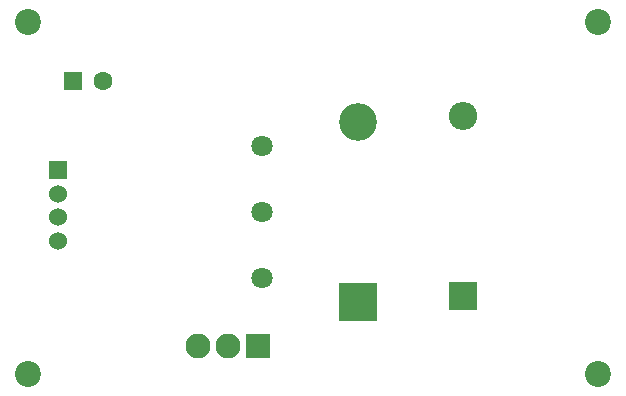
<source format=gbr>
%TF.GenerationSoftware,KiCad,Pcbnew,8.0.1*%
%TF.CreationDate,2024-11-12T01:42:51+00:00*%
%TF.ProjectId,Heating Element,48656174-696e-4672-9045-6c656d656e74,1*%
%TF.SameCoordinates,Original*%
%TF.FileFunction,Soldermask,Bot*%
%TF.FilePolarity,Negative*%
%FSLAX46Y46*%
G04 Gerber Fmt 4.6, Leading zero omitted, Abs format (unit mm)*
G04 Created by KiCad (PCBNEW 8.0.1) date 2024-11-12 01:42:51*
%MOMM*%
%LPD*%
G01*
G04 APERTURE LIST*
G04 Aperture macros list*
%AMRoundRect*
0 Rectangle with rounded corners*
0 $1 Rounding radius*
0 $2 $3 $4 $5 $6 $7 $8 $9 X,Y pos of 4 corners*
0 Add a 4 corners polygon primitive as box body*
4,1,4,$2,$3,$4,$5,$6,$7,$8,$9,$2,$3,0*
0 Add four circle primitives for the rounded corners*
1,1,$1+$1,$2,$3*
1,1,$1+$1,$4,$5*
1,1,$1+$1,$6,$7*
1,1,$1+$1,$8,$9*
0 Add four rect primitives between the rounded corners*
20,1,$1+$1,$2,$3,$4,$5,0*
20,1,$1+$1,$4,$5,$6,$7,0*
20,1,$1+$1,$6,$7,$8,$9,0*
20,1,$1+$1,$8,$9,$2,$3,0*%
G04 Aperture macros list end*
%ADD10RoundRect,0.102000X0.955000X0.955000X-0.955000X0.955000X-0.955000X-0.955000X0.955000X-0.955000X0*%
%ADD11C,2.114000*%
%ADD12C,1.800000*%
%ADD13R,1.524000X1.524000*%
%ADD14C,1.524000*%
%ADD15C,2.200000*%
%ADD16R,2.400000X2.400000*%
%ADD17O,2.400000X2.400000*%
%ADD18RoundRect,0.102000X-0.700000X-0.700000X0.700000X-0.700000X0.700000X0.700000X-0.700000X0.700000X0*%
%ADD19C,1.604000*%
%ADD20R,3.200000X3.200000*%
%ADD21O,3.200000X3.200000*%
G04 APERTURE END LIST*
D10*
%TO.C,U1*%
X118540000Y-109400000D03*
D11*
X116000000Y-109400000D03*
X113460000Y-109400000D03*
%TD*%
D12*
%TO.C,TP3*%
X118872000Y-103632000D03*
%TD*%
%TO.C,TP2*%
X118872000Y-98044000D03*
%TD*%
%TO.C,TP1*%
X118872000Y-92456000D03*
%TD*%
D13*
%TO.C,J1*%
X101600000Y-94520000D03*
D14*
X101600000Y-96520000D03*
X101600000Y-98520000D03*
X101600000Y-100520000D03*
%TD*%
D15*
%TO.C,H4*%
X147320000Y-111760000D03*
%TD*%
%TO.C,H3*%
X99060000Y-111760000D03*
%TD*%
%TO.C,H2*%
X147320000Y-82000000D03*
%TD*%
%TO.C,H1*%
X99060000Y-82000000D03*
%TD*%
D16*
%TO.C,D3*%
X135890000Y-105156000D03*
D17*
X135890000Y-89916000D03*
%TD*%
D18*
%TO.C,D2*%
X102860000Y-87000000D03*
D19*
X105400000Y-87000000D03*
%TD*%
D20*
%TO.C,D1*%
X127000000Y-105664000D03*
D21*
X127000000Y-90424000D03*
%TD*%
M02*

</source>
